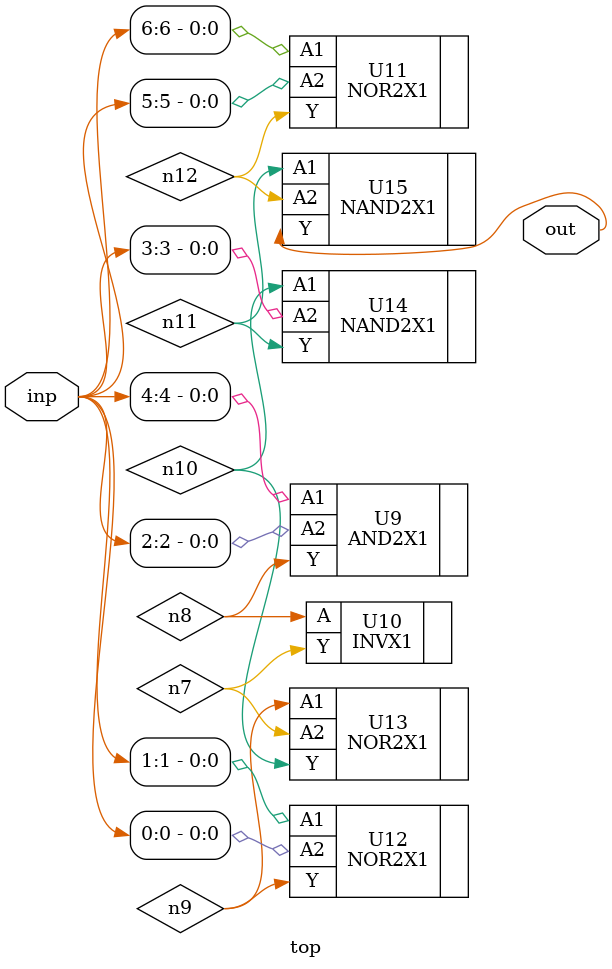
<source format=sv>


module top ( inp, out );
  input [6:0] inp;
  output out;
  wire   n7, n8, n9, n10, n11, n12;

  AND2X1 U9 ( .A1(inp[4]), .A2(inp[2]), .Y(n8) );
  INVX1 U10 ( .A(n8), .Y(n7) );
  NOR2X1 U11 ( .A1(inp[6]), .A2(inp[5]), .Y(n12) );
  NOR2X1 U12 ( .A1(inp[1]), .A2(inp[0]), .Y(n9) );
  NOR2X1 U13 ( .A1(n9), .A2(n7), .Y(n10) );
  NAND2X1 U14 ( .A1(n10), .A2(inp[3]), .Y(n11) );
  NAND2X1 U15 ( .A1(n11), .A2(n12), .Y(out) );
endmodule


</source>
